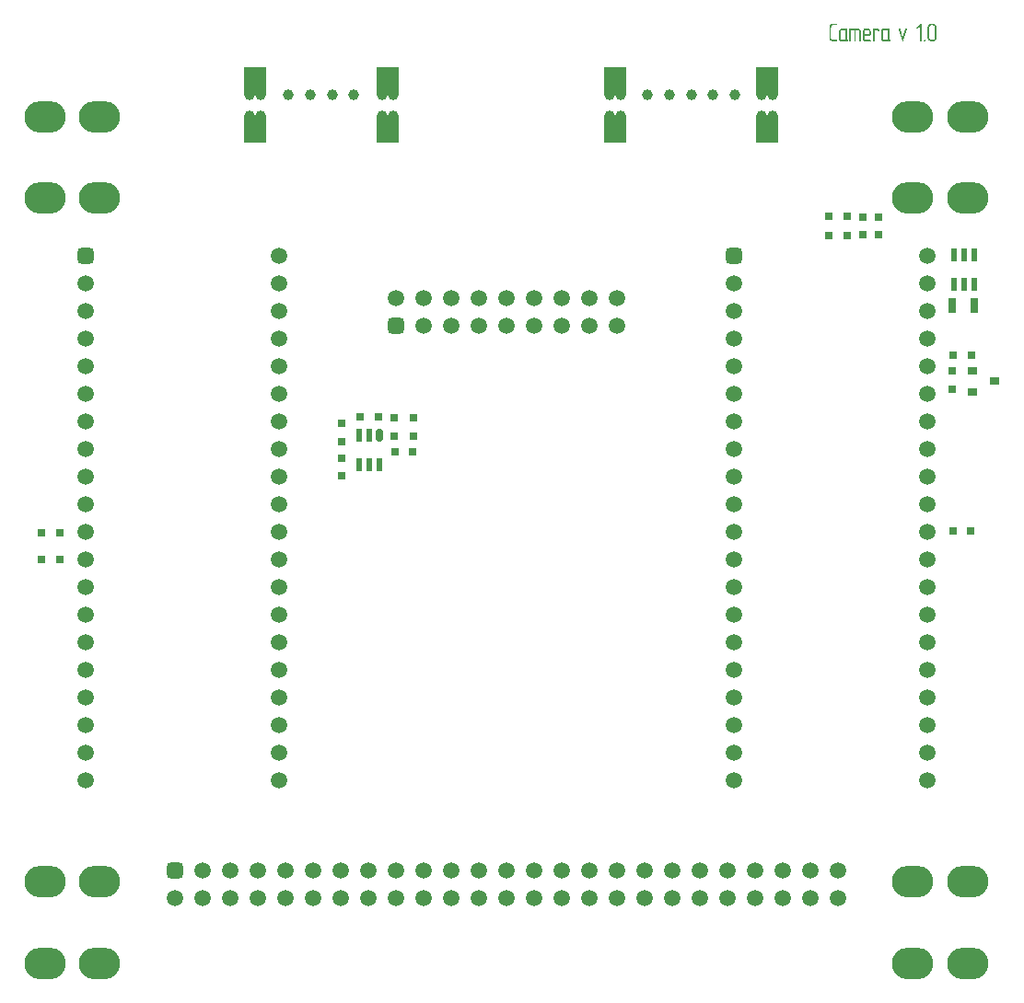
<source format=gts>
G04*
G04 #@! TF.GenerationSoftware,Altium Limited,Altium Designer,22.1.2 (22)*
G04*
G04 Layer_Color=8388736*
%FSAX44Y44*%
%MOMM*%
G71*
G04*
G04 #@! TF.SameCoordinates,FD085C4F-33D3-4CAD-8C95-339AC6E91DDF*
G04*
G04*
G04 #@! TF.FilePolarity,Negative*
G04*
G01*
G75*
%ADD13R,2.0000X2.5000*%
%ADD14R,0.8000X0.8000*%
%ADD15R,0.8000X0.8000*%
%ADD16R,0.6000X1.2000*%
G04:AMPARAMS|DCode=17|XSize=0.6mm|YSize=1.2mm|CornerRadius=0.15mm|HoleSize=0mm|Usage=FLASHONLY|Rotation=0.000|XOffset=0mm|YOffset=0mm|HoleType=Round|Shape=RoundedRectangle|*
%AMROUNDEDRECTD17*
21,1,0.6000,0.9000,0,0,0.0*
21,1,0.3000,1.2000,0,0,0.0*
1,1,0.3000,0.1500,-0.4500*
1,1,0.3000,-0.1500,-0.4500*
1,1,0.3000,-0.1500,0.4500*
1,1,0.3000,0.1500,0.4500*
%
%ADD17ROUNDEDRECTD17*%
%ADD18R,0.8000X1.4000*%
%ADD19R,0.9500X0.8000*%
%ADD20C,1.5000*%
G04:AMPARAMS|DCode=21|XSize=1.5mm|YSize=1.5mm|CornerRadius=0.375mm|HoleSize=0mm|Usage=FLASHONLY|Rotation=0.000|XOffset=0mm|YOffset=0mm|HoleType=Round|Shape=RoundedRectangle|*
%AMROUNDEDRECTD21*
21,1,1.5000,0.7500,0,0,0.0*
21,1,0.7500,1.5000,0,0,0.0*
1,1,0.7500,0.3750,-0.3750*
1,1,0.7500,-0.3750,-0.3750*
1,1,0.7500,-0.3750,0.3750*
1,1,0.7500,0.3750,0.3750*
%
%ADD21ROUNDEDRECTD21*%
%ADD22O,3.8000X2.9000*%
%ADD23C,1.0000*%
G36*
X00810942Y00880633D02*
X00811150Y00880587D01*
X00811381Y00880540D01*
X00811636Y00880448D01*
X00811914Y00880332D01*
X00812168Y00880170D01*
X00812191Y00880147D01*
X00812284Y00880078D01*
X00812400Y00879985D01*
X00812561Y00879846D01*
X00812723Y00879661D01*
X00812885Y00879453D01*
X00813024Y00879198D01*
X00813140Y00878944D01*
Y00878921D01*
X00813163Y00878874D01*
Y00878782D01*
Y00878643D01*
Y00878620D01*
Y00878597D01*
X00813140Y00878458D01*
X00813047Y00878273D01*
X00813001Y00878180D01*
X00812909Y00878088D01*
X00812862Y00878064D01*
X00812747Y00877995D01*
X00812561Y00877902D01*
X00812330Y00877879D01*
X00812237D01*
X00812145Y00877902D01*
X00812029Y00877949D01*
X00811890Y00878018D01*
X00811775Y00878111D01*
X00811659Y00878226D01*
X00811566Y00878411D01*
Y00878435D01*
X00811543Y00878458D01*
X00811497Y00878574D01*
X00811358Y00878759D01*
X00811243Y00878851D01*
X00811127Y00878944D01*
X00811104Y00878967D01*
X00811011Y00879013D01*
X00810849Y00879036D01*
X00810641Y00879059D01*
X00808651D01*
Y00869572D01*
Y00869549D01*
X00808628Y00869457D01*
X00808605Y00869318D01*
X00808558Y00869179D01*
X00808443Y00869040D01*
X00808304Y00868901D01*
X00808096Y00868809D01*
X00807818Y00868785D01*
X00807772D01*
X00807610Y00868809D01*
X00807424Y00868878D01*
X00807239Y00868994D01*
X00807216Y00869040D01*
X00807147Y00869156D01*
X00807054Y00869318D01*
X00807031Y00869572D01*
Y00879846D01*
Y00879892D01*
X00807054Y00879985D01*
X00807077Y00880101D01*
X00807124Y00880263D01*
X00807216Y00880402D01*
X00807355Y00880540D01*
X00807563Y00880633D01*
X00807818Y00880656D01*
X00810780D01*
X00810942Y00880633D01*
D02*
G37*
G36*
X00837760D02*
X00837945Y00880564D01*
X00838154Y00880448D01*
X00838177D01*
X00838200Y00880402D01*
X00838292Y00880309D01*
X00838362Y00880124D01*
X00838408Y00880008D01*
Y00879869D01*
Y00879823D01*
Y00879754D01*
X00838385Y00879661D01*
X00838362Y00879592D01*
X00835516Y00869433D01*
Y00869410D01*
X00835470Y00869341D01*
X00835423Y00869225D01*
X00835354Y00869109D01*
X00835238Y00868971D01*
X00835099Y00868878D01*
X00834914Y00868785D01*
X00834706Y00868762D01*
X00834660D01*
X00834567Y00868785D01*
X00834405Y00868832D01*
X00834243Y00868924D01*
X00834220Y00868948D01*
X00834127Y00869040D01*
X00834058Y00869156D01*
X00834012Y00869271D01*
X00831119Y00879592D01*
Y00879615D01*
X00831096Y00879638D01*
X00831073Y00879730D01*
Y00879869D01*
Y00879892D01*
Y00879939D01*
X00831096Y00880078D01*
X00831166Y00880239D01*
X00831304Y00880425D01*
X00831328D01*
X00831351Y00880471D01*
X00831466Y00880540D01*
X00831652Y00880610D01*
X00831883Y00880656D01*
X00831975D01*
X00832068Y00880633D01*
X00832207Y00880587D01*
X00832322Y00880517D01*
X00832461Y00880402D01*
X00832577Y00880263D01*
X00832670Y00880054D01*
X00834729Y00872002D01*
X00836812Y00880054D01*
Y00880078D01*
X00836835Y00880147D01*
X00836881Y00880239D01*
X00836950Y00880355D01*
X00837043Y00880471D01*
X00837182Y00880564D01*
X00837367Y00880633D01*
X00837575Y00880656D01*
X00837622D01*
X00837760Y00880633D01*
D02*
G37*
G36*
X00862427Y00885214D02*
X00862566Y00885191D01*
X00862728Y00885168D01*
X00863098Y00885052D01*
X00863514Y00884891D01*
X00863746Y00884775D01*
X00863977Y00884636D01*
X00864209Y00884474D01*
X00864440Y00884289D01*
X00864648Y00884081D01*
X00864880Y00883826D01*
X00864903D01*
X00864926Y00883803D01*
X00865042Y00883687D01*
X00865204Y00883502D01*
X00865389Y00883271D01*
X00865551Y00882947D01*
X00865713Y00882553D01*
X00865828Y00882091D01*
X00865875Y00881836D01*
Y00881559D01*
Y00872418D01*
Y00872395D01*
Y00872349D01*
Y00872280D01*
X00865852Y00872164D01*
Y00872048D01*
X00865828Y00871886D01*
X00865736Y00871539D01*
X00865620Y00871123D01*
X00865412Y00870706D01*
X00865157Y00870266D01*
X00864972Y00870058D01*
X00864787Y00869850D01*
X00864764D01*
X00864741Y00869804D01*
X00864671Y00869757D01*
X00864602Y00869688D01*
X00864371Y00869503D01*
X00864070Y00869318D01*
X00863676Y00869133D01*
X00863237Y00868948D01*
X00862728Y00868832D01*
X00862450Y00868809D01*
X00862172Y00868785D01*
X00860900D01*
X00860784Y00868809D01*
X00860645D01*
X00860506Y00868832D01*
X00860136Y00868924D01*
X00859743Y00869040D01*
X00859303Y00869225D01*
X00858863Y00869480D01*
X00858655Y00869642D01*
X00858447Y00869827D01*
Y00869850D01*
X00858401Y00869873D01*
X00858354Y00869942D01*
X00858285Y00870012D01*
X00858123Y00870243D01*
X00857938Y00870544D01*
X00857730Y00870938D01*
X00857568Y00871377D01*
X00857452Y00871863D01*
X00857429Y00872141D01*
X00857406Y00872418D01*
Y00881559D01*
Y00881582D01*
Y00881628D01*
Y00881697D01*
X00857429Y00881813D01*
Y00881952D01*
X00857475Y00882091D01*
X00857544Y00882461D01*
X00857683Y00882877D01*
X00857868Y00883317D01*
X00858146Y00883780D01*
X00858308Y00884011D01*
X00858493Y00884220D01*
X00858516Y00884243D01*
X00858540Y00884266D01*
X00858678Y00884381D01*
X00858887Y00884544D01*
X00859187Y00884729D01*
X00859558Y00884914D01*
X00859997Y00885076D01*
X00860483Y00885191D01*
X00860761Y00885238D01*
X00862334D01*
X00862427Y00885214D01*
D02*
G37*
G36*
X00854930Y00870359D02*
X00855045Y00870336D01*
X00855207Y00870290D01*
X00855369Y00870174D01*
X00855485Y00870035D01*
X00855578Y00869850D01*
X00855624Y00869572D01*
Y00869549D01*
Y00869526D01*
X00855601Y00869387D01*
X00855531Y00869202D01*
X00855393Y00869017D01*
X00855346Y00868971D01*
X00855230Y00868901D01*
X00855045Y00868832D01*
X00854791Y00868785D01*
X00854722D01*
X00854583Y00868809D01*
X00854398Y00868878D01*
X00854212Y00868994D01*
X00854189Y00869040D01*
X00854120Y00869156D01*
X00854027Y00869341D01*
X00854004Y00869572D01*
Y00869595D01*
Y00869619D01*
X00854027Y00869757D01*
X00854097Y00869942D01*
X00854212Y00870128D01*
Y00870151D01*
X00854259Y00870174D01*
X00854374Y00870266D01*
X00854536Y00870336D01*
X00854652Y00870382D01*
X00854837D01*
X00854930Y00870359D01*
D02*
G37*
G36*
X00851505Y00885191D02*
X00851690Y00885122D01*
X00851898Y00884983D01*
X00851922D01*
X00851945Y00884937D01*
X00852037Y00884844D01*
X00852107Y00884659D01*
X00852153Y00884544D01*
Y00884405D01*
Y00869572D01*
Y00869549D01*
Y00869503D01*
X00852130Y00869433D01*
Y00869341D01*
X00852037Y00869156D01*
X00851991Y00869063D01*
X00851898Y00868971D01*
X00851852Y00868948D01*
X00851737Y00868878D01*
X00851574Y00868809D01*
X00851343Y00868785D01*
X00851297D01*
X00851135Y00868809D01*
X00850950Y00868878D01*
X00850765Y00868994D01*
X00850718Y00869040D01*
X00850649Y00869156D01*
X00850580Y00869318D01*
X00850533Y00869572D01*
Y00882831D01*
X00848497Y00880425D01*
X00848451Y00880378D01*
X00848335Y00880309D01*
X00848150Y00880239D01*
X00847918Y00880193D01*
X00847872D01*
X00847733Y00880216D01*
X00847548Y00880286D01*
X00847340Y00880425D01*
X00847294Y00880471D01*
X00847224Y00880587D01*
X00847155Y00880772D01*
X00847109Y00881003D01*
Y00881026D01*
Y00881049D01*
X00847132Y00881188D01*
X00847224Y00881373D01*
X00847271Y00881466D01*
X00847363Y00881559D01*
X00850788Y00884983D01*
X00850834Y00885029D01*
X00850927Y00885099D01*
X00851089Y00885168D01*
X00851320Y00885214D01*
X00851366D01*
X00851505Y00885191D01*
D02*
G37*
G36*
X00803051Y00880610D02*
X00803283Y00880564D01*
X00803583Y00880471D01*
X00803884Y00880355D01*
X00804185Y00880170D01*
X00804463Y00879916D01*
X00804486Y00879892D01*
X00804578Y00879777D01*
X00804694Y00879638D01*
X00804833Y00879430D01*
X00804972Y00879152D01*
X00805088Y00878851D01*
X00805180Y00878504D01*
X00805203Y00878111D01*
Y00874709D01*
Y00874686D01*
X00805180Y00874594D01*
X00805157Y00874455D01*
X00805088Y00874316D01*
X00804995Y00874177D01*
X00804833Y00874038D01*
X00804625Y00873946D01*
X00804347Y00873923D01*
X00799488D01*
Y00871285D01*
Y00871261D01*
Y00871215D01*
X00799511Y00871146D01*
Y00871053D01*
X00799603Y00870845D01*
X00799650Y00870729D01*
X00799742Y00870637D01*
X00799765D01*
X00799789Y00870590D01*
X00799904Y00870521D01*
X00800113Y00870428D01*
X00800228Y00870405D01*
X00800344Y00870382D01*
X00804393D01*
X00804486Y00870359D01*
X00804602Y00870336D01*
X00804763Y00870290D01*
X00804926Y00870174D01*
X00805041Y00870035D01*
X00805134Y00869850D01*
X00805180Y00869572D01*
Y00869549D01*
Y00869526D01*
X00805157Y00869387D01*
X00805088Y00869202D01*
X00804972Y00869017D01*
X00804926Y00868971D01*
X00804810Y00868901D01*
X00804625Y00868832D01*
X00804347Y00868785D01*
X00800321D01*
X00800182Y00868809D01*
X00799997Y00868832D01*
X00799742Y00868878D01*
X00799442Y00868971D01*
X00799141Y00869086D01*
X00798840Y00869271D01*
X00798562Y00869503D01*
X00798539Y00869526D01*
X00798447Y00869642D01*
X00798354Y00869781D01*
X00798215Y00869989D01*
X00798099Y00870266D01*
X00797984Y00870567D01*
X00797891Y00870914D01*
X00797868Y00871308D01*
Y00878134D01*
Y00878157D01*
Y00878226D01*
Y00878319D01*
X00797891Y00878435D01*
X00797937Y00878736D01*
X00798053Y00879082D01*
Y00879106D01*
X00798099Y00879152D01*
X00798122Y00879245D01*
X00798192Y00879360D01*
X00798354Y00879615D01*
X00798562Y00879892D01*
X00798585Y00879916D01*
X00798632Y00879962D01*
X00798701Y00880008D01*
X00798794Y00880101D01*
X00799048Y00880263D01*
X00799349Y00880448D01*
X00799372D01*
X00799442Y00880471D01*
X00799534Y00880517D01*
X00799650Y00880564D01*
X00799812Y00880587D01*
X00799974Y00880633D01*
X00800367Y00880656D01*
X00802843D01*
X00803051Y00880610D01*
D02*
G37*
G36*
X00793865Y00880633D02*
X00794166Y00880564D01*
X00794513Y00880448D01*
X00794536D01*
X00794582Y00880402D01*
X00794675Y00880355D01*
X00794790Y00880309D01*
X00795045Y00880124D01*
X00795323Y00879892D01*
X00795346Y00879869D01*
X00795392Y00879846D01*
X00795438Y00879777D01*
X00795531Y00879684D01*
X00795693Y00879430D01*
X00795855Y00879106D01*
Y00879082D01*
X00795878Y00879036D01*
X00795924Y00878944D01*
X00795971Y00878805D01*
X00796040Y00878504D01*
X00796063Y00878157D01*
Y00869572D01*
Y00869549D01*
X00796040Y00869457D01*
X00796017Y00869318D01*
X00795971Y00869179D01*
X00795855Y00869040D01*
X00795716Y00868901D01*
X00795531Y00868809D01*
X00795253Y00868785D01*
X00795207D01*
X00795045Y00868809D01*
X00794860Y00868878D01*
X00794675Y00868994D01*
X00794629Y00869040D01*
X00794559Y00869156D01*
X00794490Y00869318D01*
X00794443Y00869572D01*
Y00878157D01*
Y00878180D01*
Y00878226D01*
X00794420Y00878296D01*
Y00878365D01*
X00794328Y00878574D01*
X00794258Y00878689D01*
X00794166Y00878782D01*
Y00878805D01*
X00794119Y00878828D01*
X00794004Y00878921D01*
X00793795Y00879013D01*
X00793680Y00879059D01*
X00791505D01*
Y00869572D01*
Y00869549D01*
Y00869503D01*
X00791481Y00869433D01*
Y00869341D01*
X00791389Y00869156D01*
X00791343Y00869063D01*
X00791250Y00868971D01*
X00791204Y00868948D01*
X00791088Y00868878D01*
X00790926Y00868809D01*
X00790695Y00868785D01*
X00790648D01*
X00790487Y00868809D01*
X00790301Y00868878D01*
X00790116Y00868994D01*
X00790070Y00869040D01*
X00790001Y00869156D01*
X00789931Y00869318D01*
X00789885Y00869572D01*
Y00879059D01*
X00786946D01*
Y00869572D01*
Y00869549D01*
X00786923Y00869457D01*
X00786900Y00869318D01*
X00786854Y00869179D01*
X00786738Y00869040D01*
X00786599Y00868901D01*
X00786391Y00868809D01*
X00786113Y00868785D01*
X00786067D01*
X00785905Y00868809D01*
X00785720Y00868878D01*
X00785535Y00868994D01*
X00785511Y00869040D01*
X00785442Y00869156D01*
X00785350Y00869318D01*
X00785326Y00869572D01*
Y00879846D01*
Y00879892D01*
X00785350Y00879985D01*
X00785373Y00880101D01*
X00785419Y00880263D01*
X00785511Y00880402D01*
X00785650Y00880540D01*
X00785859Y00880633D01*
X00786113Y00880656D01*
X00793726D01*
X00793865Y00880633D01*
D02*
G37*
G36*
X00773618Y00885214D02*
X00773734Y00885191D01*
X00773896Y00885145D01*
X00774057Y00885029D01*
X00774173Y00884891D01*
X00774266Y00884705D01*
X00774312Y00884428D01*
Y00884405D01*
Y00884381D01*
X00774289Y00884243D01*
X00774220Y00884057D01*
X00774081Y00883872D01*
X00774034Y00883826D01*
X00773919Y00883757D01*
X00773734Y00883687D01*
X00773479Y00883641D01*
X00770494D01*
X00770332Y00883618D01*
X00770124Y00883572D01*
X00769916Y00883502D01*
X00769661Y00883387D01*
X00769430Y00883248D01*
X00769198Y00883039D01*
X00769175Y00883016D01*
X00769106Y00882947D01*
X00769013Y00882808D01*
X00768921Y00882646D01*
X00768805Y00882415D01*
X00768712Y00882160D01*
X00768643Y00881882D01*
X00768620Y00881559D01*
Y00872418D01*
Y00872395D01*
Y00872349D01*
Y00872256D01*
X00768643Y00872164D01*
X00768689Y00871886D01*
X00768759Y00871609D01*
Y00871585D01*
X00768782Y00871539D01*
X00768828Y00871470D01*
X00768874Y00871400D01*
X00769013Y00871169D01*
X00769198Y00870961D01*
X00769221D01*
X00769245Y00870914D01*
X00769383Y00870799D01*
X00769592Y00870660D01*
X00769846Y00870521D01*
X00769869D01*
X00769916Y00870498D01*
X00769985Y00870475D01*
X00770078Y00870452D01*
X00770332Y00870405D01*
X00770633Y00870382D01*
X00773525D01*
X00773618Y00870359D01*
X00773734Y00870336D01*
X00773896Y00870290D01*
X00774057Y00870174D01*
X00774173Y00870035D01*
X00774266Y00869850D01*
X00774312Y00869572D01*
Y00869549D01*
Y00869526D01*
X00774289Y00869387D01*
X00774220Y00869202D01*
X00774081Y00869017D01*
X00774034Y00868971D01*
X00773919Y00868901D01*
X00773734Y00868832D01*
X00773479Y00868785D01*
X00770494D01*
X00770378Y00868809D01*
X00770239Y00868832D01*
X00770101Y00868855D01*
X00769731Y00868924D01*
X00769337Y00869063D01*
X00768897Y00869271D01*
X00768666Y00869410D01*
X00768435Y00869572D01*
X00768203Y00869734D01*
X00767995Y00869942D01*
Y00869966D01*
X00767949Y00869989D01*
X00767833Y00870105D01*
X00767671Y00870313D01*
X00767509Y00870613D01*
X00767324Y00870961D01*
X00767162Y00871377D01*
X00767046Y00871863D01*
X00767023Y00872141D01*
X00767000Y00872418D01*
Y00881559D01*
Y00881582D01*
Y00881628D01*
Y00881697D01*
X00767023Y00881813D01*
Y00881952D01*
X00767046Y00882091D01*
X00767139Y00882461D01*
X00767254Y00882854D01*
X00767440Y00883294D01*
X00767694Y00883734D01*
X00767856Y00883942D01*
X00768041Y00884150D01*
X00768064Y00884173D01*
X00768088Y00884196D01*
X00768157Y00884243D01*
X00768226Y00884312D01*
X00768458Y00884497D01*
X00768782Y00884705D01*
X00769152Y00884891D01*
X00769592Y00885076D01*
X00770101Y00885191D01*
X00770355Y00885238D01*
X00773525D01*
X00773618Y00885214D01*
D02*
G37*
G36*
X00821540Y00880633D02*
X00821655Y00880610D01*
X00821817Y00880564D01*
X00821979Y00880448D01*
X00822095Y00880309D01*
X00822188Y00880124D01*
X00822234Y00879846D01*
Y00871308D01*
Y00871285D01*
Y00871261D01*
X00822257Y00871099D01*
X00822303Y00870891D01*
X00822396Y00870683D01*
X00822442Y00870637D01*
X00822535Y00870521D01*
X00822697Y00870405D01*
X00822928Y00870290D01*
X00822951D01*
X00822997Y00870266D01*
X00823090Y00870220D01*
X00823183Y00870151D01*
X00823252Y00870035D01*
X00823344Y00869919D01*
X00823391Y00869757D01*
X00823414Y00869572D01*
Y00869549D01*
Y00869526D01*
X00823391Y00869387D01*
X00823321Y00869202D01*
X00823183Y00868994D01*
X00823136Y00868948D01*
X00823044Y00868878D01*
X00822859Y00868809D01*
X00822627Y00868762D01*
X00822396D01*
X00822326Y00868785D01*
X00822280Y00868809D01*
X00822188Y00868855D01*
X00822002Y00868948D01*
X00821887Y00869040D01*
X00821748Y00869133D01*
X00821725D01*
X00821702Y00869156D01*
X00821586Y00869248D01*
X00821470Y00869387D01*
X00821424Y00869457D01*
X00821401Y00869549D01*
X00821378Y00869526D01*
X00821308Y00869433D01*
X00821169Y00869318D01*
X00820984Y00869179D01*
X00820730Y00869017D01*
X00820452Y00868901D01*
X00820105Y00868809D01*
X00819688Y00868785D01*
X00817351D01*
X00817213Y00868809D01*
X00817027Y00868832D01*
X00816773Y00868878D01*
X00816472Y00868971D01*
X00816171Y00869086D01*
X00815870Y00869271D01*
X00815593Y00869503D01*
X00815570Y00869526D01*
X00815477Y00869642D01*
X00815361Y00869781D01*
X00815246Y00869989D01*
X00815107Y00870266D01*
X00814991Y00870567D01*
X00814899Y00870914D01*
X00814875Y00871308D01*
Y00878157D01*
Y00878180D01*
Y00878250D01*
Y00878342D01*
X00814899Y00878458D01*
X00814945Y00878782D01*
X00815061Y00879106D01*
Y00879129D01*
X00815107Y00879175D01*
X00815130Y00879268D01*
X00815199Y00879383D01*
X00815361Y00879638D01*
X00815593Y00879916D01*
X00815616Y00879939D01*
X00815662Y00879985D01*
X00815732Y00880031D01*
X00815824Y00880124D01*
X00816079Y00880286D01*
X00816403Y00880448D01*
X00816426D01*
X00816495Y00880471D01*
X00816588Y00880517D01*
X00816703Y00880564D01*
X00816842Y00880587D01*
X00817027Y00880633D01*
X00817398Y00880656D01*
X00821447D01*
X00821540Y00880633D01*
D02*
G37*
G36*
X00782665D02*
X00782781Y00880610D01*
X00782943Y00880564D01*
X00783105Y00880448D01*
X00783221Y00880309D01*
X00783313Y00880124D01*
X00783360Y00879846D01*
Y00871308D01*
Y00871285D01*
Y00871261D01*
X00783383Y00871099D01*
X00783429Y00870891D01*
X00783521Y00870683D01*
X00783568Y00870637D01*
X00783660Y00870521D01*
X00783822Y00870405D01*
X00784054Y00870290D01*
X00784077D01*
X00784123Y00870266D01*
X00784216Y00870220D01*
X00784308Y00870151D01*
X00784378Y00870035D01*
X00784470Y00869919D01*
X00784517Y00869757D01*
X00784540Y00869572D01*
Y00869549D01*
Y00869526D01*
X00784517Y00869387D01*
X00784447Y00869202D01*
X00784308Y00868994D01*
X00784262Y00868948D01*
X00784169Y00868878D01*
X00783984Y00868809D01*
X00783753Y00868762D01*
X00783521D01*
X00783452Y00868785D01*
X00783406Y00868809D01*
X00783313Y00868855D01*
X00783128Y00868948D01*
X00783012Y00869040D01*
X00782874Y00869133D01*
X00782850D01*
X00782827Y00869156D01*
X00782712Y00869248D01*
X00782596Y00869387D01*
X00782550Y00869457D01*
X00782527Y00869549D01*
X00782503Y00869526D01*
X00782434Y00869433D01*
X00782295Y00869318D01*
X00782110Y00869179D01*
X00781855Y00869017D01*
X00781578Y00868901D01*
X00781231Y00868809D01*
X00780814Y00868785D01*
X00778477D01*
X00778338Y00868809D01*
X00778153Y00868832D01*
X00777899Y00868878D01*
X00777598Y00868971D01*
X00777297Y00869086D01*
X00776996Y00869271D01*
X00776719Y00869503D01*
X00776695Y00869526D01*
X00776603Y00869642D01*
X00776487Y00869781D01*
X00776372Y00869989D01*
X00776233Y00870266D01*
X00776117Y00870567D01*
X00776024Y00870914D01*
X00776001Y00871308D01*
Y00878157D01*
Y00878180D01*
Y00878250D01*
Y00878342D01*
X00776024Y00878458D01*
X00776071Y00878782D01*
X00776186Y00879106D01*
Y00879129D01*
X00776233Y00879175D01*
X00776256Y00879268D01*
X00776325Y00879383D01*
X00776487Y00879638D01*
X00776719Y00879916D01*
X00776742Y00879939D01*
X00776788Y00879985D01*
X00776857Y00880031D01*
X00776950Y00880124D01*
X00777205Y00880286D01*
X00777528Y00880448D01*
X00777552D01*
X00777621Y00880471D01*
X00777714Y00880517D01*
X00777829Y00880564D01*
X00777968Y00880587D01*
X00778153Y00880633D01*
X00778523Y00880656D01*
X00782573D01*
X00782665Y00880633D01*
D02*
G37*
%LPC*%
G36*
X00862172Y00883641D02*
X00860877D01*
X00860784Y00883618D01*
X00860529Y00883572D01*
X00860252Y00883479D01*
X00860229D01*
X00860182Y00883456D01*
X00860136Y00883410D01*
X00860043Y00883363D01*
X00859835Y00883224D01*
X00859604Y00883016D01*
Y00882993D01*
X00859558Y00882970D01*
X00859442Y00882831D01*
X00859303Y00882623D01*
X00859164Y00882368D01*
Y00882345D01*
X00859141Y00882299D01*
X00859118Y00882230D01*
X00859095Y00882137D01*
X00859048Y00881882D01*
X00859025Y00881559D01*
Y00872418D01*
Y00872395D01*
Y00872349D01*
Y00872256D01*
X00859048Y00872164D01*
X00859095Y00871886D01*
X00859164Y00871609D01*
Y00871585D01*
X00859187Y00871539D01*
X00859234Y00871470D01*
X00859280Y00871400D01*
X00859419Y00871169D01*
X00859604Y00870961D01*
X00859627D01*
X00859650Y00870914D01*
X00859789Y00870799D01*
X00859997Y00870660D01*
X00860252Y00870521D01*
X00860275D01*
X00860321Y00870498D01*
X00860391Y00870475D01*
X00860483Y00870452D01*
X00860738Y00870405D01*
X00861039Y00870382D01*
X00862334D01*
X00862496Y00870405D01*
X00862705Y00870452D01*
X00862936Y00870521D01*
X00863167Y00870613D01*
X00863422Y00870752D01*
X00863653Y00870938D01*
X00863676Y00870961D01*
X00863746Y00871053D01*
X00863838Y00871169D01*
X00863954Y00871331D01*
X00864070Y00871562D01*
X00864162Y00871817D01*
X00864232Y00872094D01*
X00864255Y00872418D01*
Y00881559D01*
Y00881582D01*
Y00881628D01*
Y00881697D01*
X00864232Y00881813D01*
X00864185Y00882044D01*
X00864093Y00882322D01*
Y00882345D01*
X00864070Y00882392D01*
X00864024Y00882461D01*
X00863977Y00882553D01*
X00863838Y00882762D01*
X00863630Y00882993D01*
X00863607Y00883016D01*
X00863584Y00883039D01*
X00863445Y00883155D01*
X00863237Y00883317D01*
X00862982Y00883456D01*
X00862959D01*
X00862913Y00883479D01*
X00862843Y00883525D01*
X00862751Y00883549D01*
X00862496Y00883618D01*
X00862172Y00883641D01*
D02*
G37*
G36*
X00802797Y00879059D02*
X00800298D01*
X00800136Y00879036D01*
X00799950Y00878944D01*
X00799835Y00878874D01*
X00799742Y00878782D01*
X00799696Y00878736D01*
X00799627Y00878597D01*
X00799534Y00878411D01*
X00799511Y00878273D01*
X00799488Y00878134D01*
Y00875519D01*
X00803583D01*
Y00878134D01*
Y00878157D01*
Y00878203D01*
X00803560Y00878273D01*
Y00878365D01*
X00803468Y00878574D01*
X00803398Y00878689D01*
X00803306Y00878782D01*
Y00878805D01*
X00803260Y00878828D01*
X00803121Y00878921D01*
X00802935Y00879013D01*
X00802797Y00879059D01*
D02*
G37*
G36*
X00820614D02*
X00817328D01*
X00817166Y00879036D01*
X00816958Y00878944D01*
X00816865Y00878874D01*
X00816750Y00878782D01*
X00816703Y00878736D01*
X00816634Y00878620D01*
X00816542Y00878411D01*
X00816518Y00878296D01*
X00816495Y00878157D01*
Y00871285D01*
Y00871261D01*
Y00871215D01*
X00816518Y00871146D01*
Y00871053D01*
X00816611Y00870845D01*
X00816657Y00870729D01*
X00816750Y00870637D01*
X00816773D01*
X00816796Y00870590D01*
X00816935Y00870521D01*
X00817120Y00870428D01*
X00817259Y00870405D01*
X00817374Y00870382D01*
X00819758D01*
X00819827Y00870405D01*
X00819920D01*
X00820128Y00870498D01*
X00820221Y00870544D01*
X00820336Y00870637D01*
X00820359Y00870660D01*
X00820383Y00870683D01*
X00820475Y00870822D01*
X00820568Y00871007D01*
X00820614Y00871146D01*
Y00871285D01*
Y00879059D01*
D02*
G37*
G36*
X00781740D02*
X00778454D01*
X00778292Y00879036D01*
X00778084Y00878944D01*
X00777991Y00878874D01*
X00777876Y00878782D01*
X00777829Y00878736D01*
X00777760Y00878620D01*
X00777667Y00878411D01*
X00777644Y00878296D01*
X00777621Y00878157D01*
Y00871285D01*
Y00871261D01*
Y00871215D01*
X00777644Y00871146D01*
Y00871053D01*
X00777737Y00870845D01*
X00777783Y00870729D01*
X00777876Y00870637D01*
X00777899D01*
X00777922Y00870590D01*
X00778061Y00870521D01*
X00778246Y00870428D01*
X00778385Y00870405D01*
X00778500Y00870382D01*
X00780884D01*
X00780953Y00870405D01*
X00781046D01*
X00781254Y00870498D01*
X00781346Y00870544D01*
X00781462Y00870637D01*
X00781485Y00870660D01*
X00781508Y00870683D01*
X00781601Y00870822D01*
X00781693Y00871007D01*
X00781740Y00871146D01*
Y00871285D01*
Y00879059D01*
D02*
G37*
%LPD*%
D13*
X00239000Y00832000D02*
D03*
X00361000Y00788000D02*
D03*
X00239000Y00788000D02*
D03*
X00361000Y00832000D02*
D03*
X00710000Y00788000D02*
D03*
X00570000D02*
D03*
Y00832000D02*
D03*
X00710000D02*
D03*
D14*
X00319000Y00500750D02*
D03*
X00319000Y00517250D02*
D03*
X00319000Y00485250D02*
D03*
Y00468750D02*
D03*
X00385000Y00522250D02*
D03*
Y00505750D02*
D03*
X00367000Y00522250D02*
D03*
Y00505750D02*
D03*
X00798000Y00690750D02*
D03*
X00798000Y00707250D02*
D03*
X00880000Y00565250D02*
D03*
Y00548750D02*
D03*
X00812000Y00707250D02*
D03*
Y00690750D02*
D03*
D15*
X00059250Y00417000D02*
D03*
X00042750D02*
D03*
X00059250Y00392000D02*
D03*
X00042750D02*
D03*
X00384250Y00491000D02*
D03*
X00367750D02*
D03*
X00335750Y00523000D02*
D03*
X00352250D02*
D03*
X00897250Y00418000D02*
D03*
X00881000Y00580000D02*
D03*
X00897500D02*
D03*
X00783250Y00708000D02*
D03*
X00766750D02*
D03*
X00783250Y00690000D02*
D03*
X00766750D02*
D03*
X00880750Y00418000D02*
D03*
D16*
X00353500Y00479500D02*
D03*
X00344000Y00479500D02*
D03*
X00334500Y00479500D02*
D03*
Y00506500D02*
D03*
X00344000Y00506500D02*
D03*
X00900500Y00645500D02*
D03*
X00891000Y00645500D02*
D03*
X00881500Y00645500D02*
D03*
Y00672500D02*
D03*
X00891000Y00672500D02*
D03*
X00900500Y00672500D02*
D03*
D17*
X00353500Y00506500D02*
D03*
D18*
X00900000Y00626000D02*
D03*
X00880000D02*
D03*
D19*
X00899000Y00565500D02*
D03*
X00919000Y00556000D02*
D03*
X00899000Y00546500D02*
D03*
D20*
X00546200Y00607300D02*
D03*
X00520800Y00632700D02*
D03*
X00520800Y00607300D02*
D03*
X00495400Y00632700D02*
D03*
Y00607300D02*
D03*
X00470000Y00632700D02*
D03*
Y00607300D02*
D03*
X00444600Y00632700D02*
D03*
Y00607300D02*
D03*
X00419200Y00632700D02*
D03*
X00419200Y00607300D02*
D03*
X00393800Y00632700D02*
D03*
Y00607300D02*
D03*
X00368400Y00632700D02*
D03*
X00546200D02*
D03*
X00571600Y00607300D02*
D03*
Y00632700D02*
D03*
X00260900Y00188700D02*
D03*
Y00214100D02*
D03*
Y00239500D02*
D03*
Y00264900D02*
D03*
Y00290300D02*
D03*
X00083100Y00188700D02*
D03*
Y00214100D02*
D03*
Y00239500D02*
D03*
Y00264900D02*
D03*
Y00290300D02*
D03*
X00260900Y00315700D02*
D03*
Y00671300D02*
D03*
Y00645900D02*
D03*
Y00620500D02*
D03*
Y00569700D02*
D03*
Y00544300D02*
D03*
Y00518900D02*
D03*
Y00493500D02*
D03*
Y00468100D02*
D03*
Y00442700D02*
D03*
Y00417300D02*
D03*
Y00391900D02*
D03*
Y00366500D02*
D03*
Y00341100D02*
D03*
X00083100Y00315700D02*
D03*
Y00341100D02*
D03*
Y00366500D02*
D03*
Y00391900D02*
D03*
Y00417300D02*
D03*
Y00442700D02*
D03*
Y00468100D02*
D03*
Y00493500D02*
D03*
Y00518900D02*
D03*
Y00544300D02*
D03*
Y00569700D02*
D03*
Y00595100D02*
D03*
Y00620500D02*
D03*
Y00645900D02*
D03*
X00260900Y00595100D02*
D03*
X00679100Y00468100D02*
D03*
X00679100Y00518900D02*
D03*
X00679100Y00544300D02*
D03*
Y00595100D02*
D03*
X00679100Y00569700D02*
D03*
Y00645900D02*
D03*
X00856900Y00569700D02*
D03*
X00266800Y00105700D02*
D03*
Y00080300D02*
D03*
X00292200Y00105700D02*
D03*
Y00080300D02*
D03*
X00317600Y00105700D02*
D03*
Y00080300D02*
D03*
X00343000Y00105700D02*
D03*
Y00080300D02*
D03*
X00368400Y00105700D02*
D03*
Y00080300D02*
D03*
X00393800Y00105700D02*
D03*
Y00080300D02*
D03*
X00419200Y00105700D02*
D03*
Y00080300D02*
D03*
X00444600Y00105700D02*
D03*
Y00080300D02*
D03*
X00470000Y00105700D02*
D03*
Y00080300D02*
D03*
X00495400Y00105700D02*
D03*
Y00080300D02*
D03*
X00520800Y00105700D02*
D03*
Y00080300D02*
D03*
X00546200Y00105700D02*
D03*
Y00080300D02*
D03*
X00571600Y00105700D02*
D03*
Y00080300D02*
D03*
X00597000Y00105700D02*
D03*
Y00080300D02*
D03*
X00622400Y00105700D02*
D03*
Y00080300D02*
D03*
X00647800Y00105700D02*
D03*
Y00080300D02*
D03*
X00673200Y00105700D02*
D03*
Y00080300D02*
D03*
X00698600Y00105700D02*
D03*
Y00080300D02*
D03*
X00724000Y00105700D02*
D03*
Y00080300D02*
D03*
X00749400Y00105700D02*
D03*
Y00080300D02*
D03*
X00774800Y00105700D02*
D03*
Y00080300D02*
D03*
X00216000Y00105700D02*
D03*
X00190600D02*
D03*
X00216000Y00080300D02*
D03*
X00190600D02*
D03*
X00165200D02*
D03*
X00241400Y00105700D02*
D03*
Y00080300D02*
D03*
X00679100Y00620500D02*
D03*
Y00442700D02*
D03*
Y00493500D02*
D03*
X00856900Y00620500D02*
D03*
X00679100Y00239500D02*
D03*
Y00214100D02*
D03*
Y00315700D02*
D03*
Y00264900D02*
D03*
Y00391900D02*
D03*
Y00366500D02*
D03*
X00679100Y00417300D02*
D03*
X00856900Y00391900D02*
D03*
X00679100Y00290300D02*
D03*
Y00188700D02*
D03*
Y00341100D02*
D03*
X00856900Y00493500D02*
D03*
Y00366500D02*
D03*
Y00341100D02*
D03*
Y00442700D02*
D03*
Y00417300D02*
D03*
Y00645900D02*
D03*
Y00671300D02*
D03*
X00856900Y00595100D02*
D03*
X00856900Y00544300D02*
D03*
Y00518900D02*
D03*
X00856900Y00468100D02*
D03*
X00856900Y00214100D02*
D03*
Y00188700D02*
D03*
Y00315700D02*
D03*
Y00290300D02*
D03*
Y00264900D02*
D03*
X00856900Y00239500D02*
D03*
D21*
X00368400Y00607300D02*
D03*
X00083100Y00671300D02*
D03*
X00679100Y00671300D02*
D03*
X00165200Y00105700D02*
D03*
D22*
X00046000Y00095500D02*
D03*
Y00020500D02*
D03*
X00096000D02*
D03*
Y00095500D02*
D03*
X00046000Y00799500D02*
D03*
Y00724500D02*
D03*
X00096000D02*
D03*
Y00799500D02*
D03*
X00894000Y00724500D02*
D03*
Y00799500D02*
D03*
X00844000D02*
D03*
Y00724500D02*
D03*
X00894000Y00020500D02*
D03*
Y00095500D02*
D03*
X00844000D02*
D03*
Y00020500D02*
D03*
D23*
X00620000Y00820000D02*
D03*
X00565000Y00800000D02*
D03*
X00575000D02*
D03*
X00705000D02*
D03*
X00715000D02*
D03*
X00705000Y00820000D02*
D03*
X00715000D02*
D03*
X00565000D02*
D03*
X00575000D02*
D03*
X00680000D02*
D03*
X00660000D02*
D03*
X00640000D02*
D03*
X00600000D02*
D03*
X00330000D02*
D03*
X00310000D02*
D03*
X00290000D02*
D03*
X00270000D02*
D03*
X00234000Y00800000D02*
D03*
X00244000D02*
D03*
X00356000Y00800000D02*
D03*
X00366000D02*
D03*
X00356000Y00820000D02*
D03*
X00366000D02*
D03*
X00244000D02*
D03*
X00234000D02*
D03*
M02*

</source>
